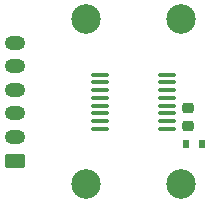
<source format=gbr>
%TF.GenerationSoftware,KiCad,Pcbnew,(6.0.9)*%
%TF.CreationDate,2023-01-09T21:32:37-09:00*%
%TF.ProjectId,ABSIS_Hall_Sensor,41425349-535f-4486-916c-6c5f53656e73,rev?*%
%TF.SameCoordinates,Original*%
%TF.FileFunction,Soldermask,Top*%
%TF.FilePolarity,Negative*%
%FSLAX46Y46*%
G04 Gerber Fmt 4.6, Leading zero omitted, Abs format (unit mm)*
G04 Created by KiCad (PCBNEW (6.0.9)) date 2023-01-09 21:32:37*
%MOMM*%
%LPD*%
G01*
G04 APERTURE LIST*
G04 Aperture macros list*
%AMRoundRect*
0 Rectangle with rounded corners*
0 $1 Rounding radius*
0 $2 $3 $4 $5 $6 $7 $8 $9 X,Y pos of 4 corners*
0 Add a 4 corners polygon primitive as box body*
4,1,4,$2,$3,$4,$5,$6,$7,$8,$9,$2,$3,0*
0 Add four circle primitives for the rounded corners*
1,1,$1+$1,$2,$3*
1,1,$1+$1,$4,$5*
1,1,$1+$1,$6,$7*
1,1,$1+$1,$8,$9*
0 Add four rect primitives between the rounded corners*
20,1,$1+$1,$2,$3,$4,$5,0*
20,1,$1+$1,$4,$5,$6,$7,0*
20,1,$1+$1,$6,$7,$8,$9,0*
20,1,$1+$1,$8,$9,$2,$3,0*%
G04 Aperture macros list end*
%ADD10O,1.750000X1.200000*%
%ADD11RoundRect,0.249999X0.625001X-0.350001X0.625001X0.350001X-0.625001X0.350001X-0.625001X-0.350001X0*%
%ADD12RoundRect,0.100000X-0.637500X-0.100000X0.637500X-0.100000X0.637500X0.100000X-0.637500X0.100000X0*%
%ADD13R,0.600000X0.700000*%
%ADD14RoundRect,0.225000X0.250000X-0.225000X0.250000X0.225000X-0.250000X0.225000X-0.250000X-0.225000X0*%
%ADD15C,2.500000*%
G04 APERTURE END LIST*
D10*
%TO.C,J1*%
X3000000Y-5000000D03*
X3000000Y-7000000D03*
X3000000Y-9000000D03*
X3000000Y-11000000D03*
X3000000Y-13000000D03*
D11*
X3000000Y-15000000D03*
%TD*%
D12*
%TO.C,U1*%
X15862500Y-7725000D03*
X15862500Y-8375000D03*
X15862500Y-9025000D03*
X15862500Y-9675000D03*
X15862500Y-10325000D03*
X15862500Y-10975000D03*
X15862500Y-11625000D03*
X15862500Y-12275000D03*
X10137500Y-12275000D03*
X10137500Y-11625000D03*
X10137500Y-10975000D03*
X10137500Y-10325000D03*
X10137500Y-9675000D03*
X10137500Y-9025000D03*
X10137500Y-8375000D03*
X10137500Y-7725000D03*
%TD*%
D13*
%TO.C,D1*%
X17428000Y-13556000D03*
X18828000Y-13556000D03*
%TD*%
D14*
%TO.C,C1*%
X17620000Y-10495000D03*
X17620000Y-12045000D03*
%TD*%
D15*
%TO.C,H2*%
X9000000Y-17000000D03*
%TD*%
%TO.C,H1*%
X9000000Y-3000000D03*
%TD*%
%TO.C,H4*%
X17000000Y-3000000D03*
%TD*%
%TO.C,H3*%
X17000000Y-17000000D03*
%TD*%
M02*

</source>
